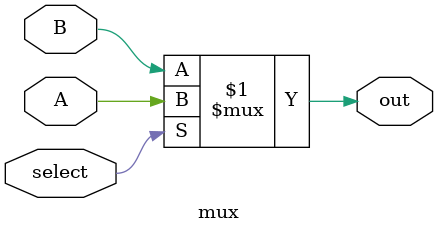
<source format=v>
module mux(A,B,select,out);
input A,B,select;
output out;
	assign out=select?A:B;
endmodule
</source>
